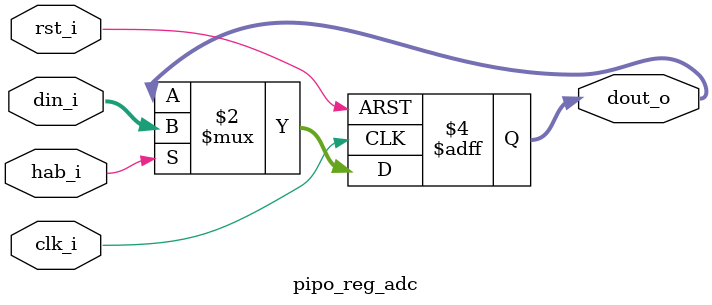
<source format=v>

module pipo_reg_adc #(
  parameter Width = 12
) ( 
  input                   rst_i,
  input                   clk_i,
  input                   hab_i,
  input      [Width-1:0]  din_i,
  output reg [Width-1:0]  dout_o
);

  always @(posedge clk_i, posedge rst_i) begin
    if (rst_i)
      dout_o <= 0; 
    else if (hab_i)
      dout_o <= din_i;
  end   
  
endmodule
</source>
